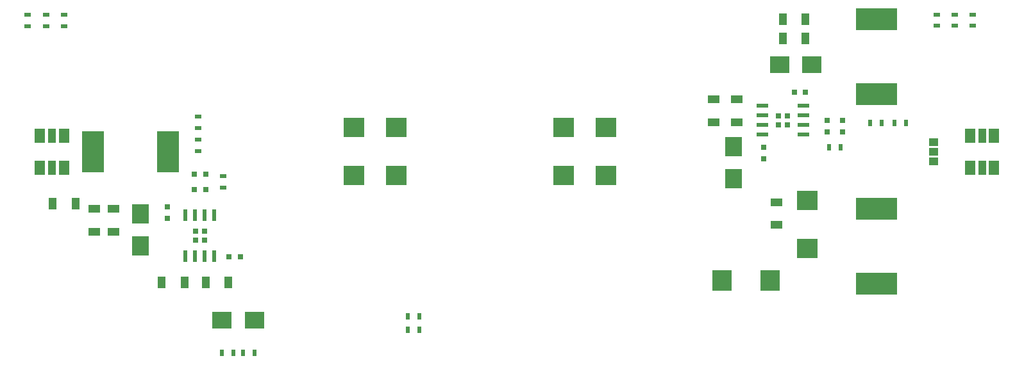
<source format=gtp>
G04 #@! TF.FileFunction,Paste,Top*
%FSLAX46Y46*%
G04 Gerber Fmt 4.6, Leading zero omitted, Abs format (unit mm)*
G04 Created by KiCad (PCBNEW (2015-05-01 BZR 5636)-product) date Thu 04 Jun 2015 08:42:48 AM PDT*
%MOMM*%
G01*
G04 APERTURE LIST*
%ADD10C,0.100000*%
%ADD11R,2.301240X2.499360*%
%ADD12R,2.499360X2.301240*%
%ADD13R,1.600000X1.000000*%
%ADD14R,2.550160X2.700020*%
%ADD15R,2.700020X2.550160*%
%ADD16R,0.500000X0.900000*%
%ADD17R,0.800000X0.750000*%
%ADD18R,0.750000X0.800000*%
%ADD19R,1.000000X1.600000*%
%ADD20R,0.900000X0.500000*%
%ADD21R,5.400040X2.900680*%
%ADD22R,2.900680X5.400040*%
%ADD23R,1.270000X1.016000*%
%ADD24R,1.400000X1.900000*%
%ADD25R,1.100000X1.900000*%
%ADD26R,1.550000X0.600000*%
%ADD27R,0.705000X0.705000*%
%ADD28R,0.600000X1.550000*%
G04 APERTURE END LIST*
D10*
D11*
X95250000Y-98181160D03*
X95250000Y-102478840D03*
D12*
X183948840Y-78500000D03*
X179651160Y-78500000D03*
D13*
X179300000Y-96700000D03*
X179300000Y-99700000D03*
D14*
X178375000Y-107000000D03*
X172025000Y-107000000D03*
D15*
X183300000Y-102775000D03*
X183300000Y-96425000D03*
D16*
X132068000Y-113538000D03*
X130568000Y-113538000D03*
X130568000Y-111760000D03*
X132068000Y-111760000D03*
D15*
X156718000Y-93175000D03*
X156718000Y-86825000D03*
X129032000Y-93175000D03*
X129032000Y-86825000D03*
X123444000Y-93175000D03*
X123444000Y-86825000D03*
X151130000Y-93175000D03*
X151130000Y-86825000D03*
D17*
X181600000Y-82100000D03*
X183100000Y-82100000D03*
D13*
X173990000Y-86082000D03*
X173990000Y-83082000D03*
X170942000Y-86082000D03*
X170942000Y-83082000D03*
D18*
X185928000Y-87364000D03*
X185928000Y-85864000D03*
X187960000Y-87364000D03*
X187960000Y-85864000D03*
X177600000Y-89450000D03*
X177600000Y-90950000D03*
X98806000Y-98794000D03*
X98806000Y-97294000D03*
D19*
X101100000Y-107250000D03*
X98100000Y-107250000D03*
X103900000Y-107250000D03*
X106900000Y-107250000D03*
D17*
X103874000Y-94996000D03*
X102374000Y-94996000D03*
X103874000Y-92964000D03*
X102374000Y-92964000D03*
X106946000Y-103886000D03*
X108446000Y-103886000D03*
D16*
X186194000Y-89408000D03*
X187694000Y-89408000D03*
X196350000Y-86200000D03*
X194850000Y-86200000D03*
X193150000Y-86200000D03*
X191650000Y-86200000D03*
X110350000Y-116600000D03*
X108850000Y-116600000D03*
X107550000Y-116600000D03*
X106050000Y-116600000D03*
D20*
X106172000Y-94730000D03*
X106172000Y-93230000D03*
X102870000Y-85356000D03*
X102870000Y-86856000D03*
X102870000Y-88404000D03*
X102870000Y-89904000D03*
D21*
X192500000Y-82420460D03*
X192500000Y-72519540D03*
D22*
X98950460Y-90000000D03*
X89049540Y-90000000D03*
D23*
X200000000Y-90000000D03*
X200000000Y-91270000D03*
X200000000Y-88730000D03*
D13*
X91694000Y-97560000D03*
X91694000Y-100560000D03*
X89154000Y-97560000D03*
X89154000Y-100560000D03*
D19*
X86700000Y-96850000D03*
X83700000Y-96850000D03*
X183100000Y-75000000D03*
X180100000Y-75000000D03*
X183100000Y-72450000D03*
X180100000Y-72450000D03*
D21*
X192500000Y-97579540D03*
X192500000Y-107480460D03*
D20*
X200400000Y-71850000D03*
X200400000Y-73350000D03*
X202800000Y-71850000D03*
X202800000Y-73350000D03*
X205200000Y-71850000D03*
X205200000Y-73350000D03*
X80400000Y-71900000D03*
X80400000Y-73400000D03*
X82800000Y-71900000D03*
X82800000Y-73400000D03*
X85200000Y-71900000D03*
X85200000Y-73400000D03*
D24*
X204800000Y-92100000D03*
D25*
X206400000Y-92100000D03*
D24*
X208000000Y-92100000D03*
X208000000Y-87900000D03*
D25*
X206400000Y-87900000D03*
D24*
X204800000Y-87900000D03*
X82000000Y-92100000D03*
D25*
X83600000Y-92100000D03*
D24*
X85200000Y-92100000D03*
X85200000Y-87900000D03*
D25*
X83600000Y-87900000D03*
D24*
X82000000Y-87900000D03*
D26*
X177386000Y-83947000D03*
X177386000Y-85217000D03*
X177386000Y-86487000D03*
X177386000Y-87757000D03*
X182786000Y-87757000D03*
X182786000Y-86487000D03*
X182786000Y-85217000D03*
X182786000Y-83947000D03*
D27*
X180673500Y-86439500D03*
X180673500Y-85264500D03*
X179498500Y-86439500D03*
X179498500Y-85264500D03*
D28*
X101219000Y-103792000D03*
X102489000Y-103792000D03*
X103759000Y-103792000D03*
X105029000Y-103792000D03*
X105029000Y-98392000D03*
X103759000Y-98392000D03*
X102489000Y-98392000D03*
X101219000Y-98392000D03*
D27*
X103711500Y-100504500D03*
X102536500Y-100504500D03*
X103711500Y-101679500D03*
X102536500Y-101679500D03*
D11*
X173600000Y-89301160D03*
X173600000Y-93598840D03*
D12*
X106051160Y-112250000D03*
X110348840Y-112250000D03*
M02*

</source>
